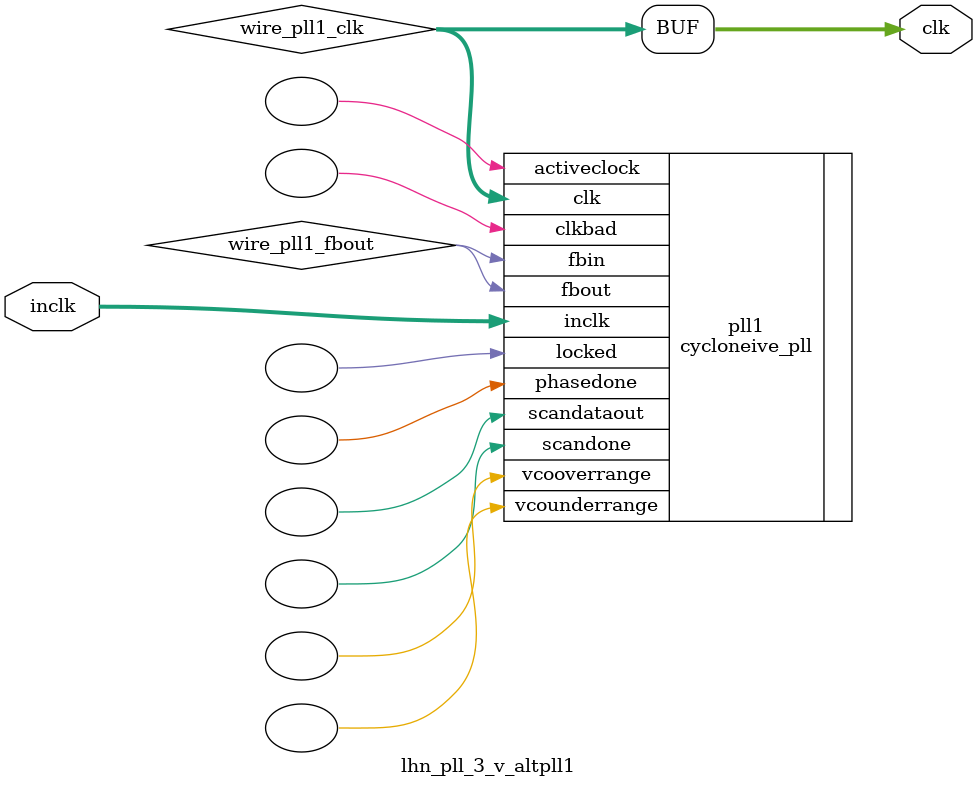
<source format=v>






//synthesis_resources = cycloneive_pll 1 
//synopsys translate_off
`timescale 1 ps / 1 ps
//synopsys translate_on
module  lhn_pll_3_v_altpll1
	( 
	clk,
	inclk) /* synthesis synthesis_clearbox=1 */;
	output   [4:0]  clk;
	input   [1:0]  inclk;
`ifndef ALTERA_RESERVED_QIS
// synopsys translate_off
`endif
	tri0   [1:0]  inclk;
`ifndef ALTERA_RESERVED_QIS
// synopsys translate_on
`endif

	wire  [4:0]   wire_pll1_clk;
	wire  wire_pll1_fbout;

	cycloneive_pll   pll1
	( 
	.activeclock(),
	.clk(wire_pll1_clk),
	.clkbad(),
	.fbin(wire_pll1_fbout),
	.fbout(wire_pll1_fbout),
	.inclk(inclk),
	.locked(),
	.phasedone(),
	.scandataout(),
	.scandone(),
	.vcooverrange(),
	.vcounderrange()
	`ifndef FORMAL_VERIFICATION
	// synopsys translate_off
	`endif
	,
	.areset(1'b0),
	.clkswitch(1'b0),
	.configupdate(1'b0),
	.pfdena(1'b1),
	.phasecounterselect({3{1'b0}}),
	.phasestep(1'b0),
	.phaseupdown(1'b0),
	.scanclk(1'b0),
	.scanclkena(1'b1),
	.scandata(1'b0)
	`ifndef FORMAL_VERIFICATION
	// synopsys translate_on
	`endif
	);
	defparam
		pll1.bandwidth_type = "auto",
		pll1.clk0_divide_by = 50,
		pll1.clk0_duty_cycle = 50,
		pll1.clk0_multiply_by = 1,
		pll1.clk0_phase_shift = "0",
		pll1.clk1_divide_by = 50,
		pll1.clk1_duty_cycle = 50,
		pll1.clk1_multiply_by = 1,
		pll1.clk1_phase_shift = "83333",
		pll1.clk2_divide_by = 50,
		pll1.clk2_duty_cycle = 50,
		pll1.clk2_multiply_by = 1,
		pll1.clk2_phase_shift = "166667",
		pll1.compensate_clock = "clk0",
		pll1.inclk0_input_frequency = 20000,
		pll1.operation_mode = "normal",
		pll1.pll_type = "auto",
		pll1.lpm_type = "cycloneive_pll";
	assign
		clk = {wire_pll1_clk[4:0]};
endmodule //lhn_pll_3_v_altpll1
//VALID FILE

</source>
